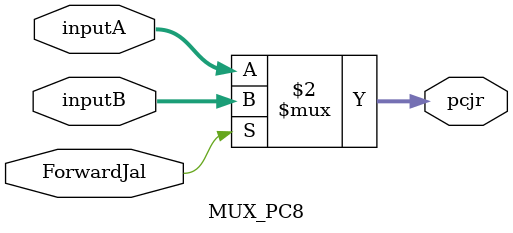
<source format=v>
`timescale 1ns / 1ps
module MUX_PC8(
	 input [31:0] inputA,
	 input [31:0] inputB,
	 input ForwardJal,
	 output [31:0] pcjr
    );
	 
	 assign pcjr = ForwardJal==1'b0 ? inputA : inputB;


endmodule

</source>
